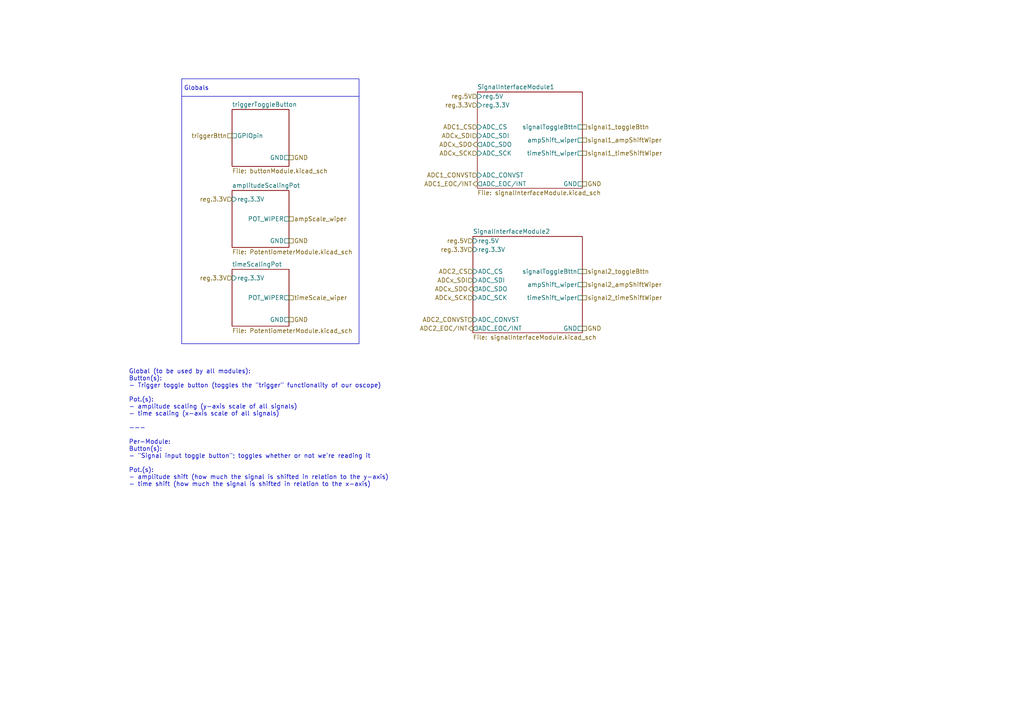
<source format=kicad_sch>
(kicad_sch
	(version 20231120)
	(generator "eeschema")
	(generator_version "8.0")
	(uuid "56fd94dc-b350-4b51-b103-6740721397e1")
	(paper "A4")
	(lib_symbols)
	(polyline
		(pts
			(xy 52.705 27.94) (xy 104.14 27.94)
		)
		(stroke
			(width 0)
			(type default)
		)
		(uuid "775a1bf6-4f82-4788-9095-684bd2406dcc")
	)
	(rectangle
		(start 52.705 22.86)
		(end 104.14 99.695)
		(stroke
			(width 0)
			(type default)
		)
		(fill
			(type none)
		)
		(uuid 39dccf7b-7576-4763-836d-2859f240f475)
	)
	(text "Globals"
		(exclude_from_sim no)
		(at 53.34 25.654 0)
		(effects
			(font
				(size 1.27 1.27)
			)
			(justify left)
		)
		(uuid "0830c8d0-f5a2-4a60-8319-ffa376ab2d62")
	)
	(text "Global (to be used by all modules):\nButton(s):\n- Trigger toggle button (toggles the \"trigger\" functionality of our oscope)\n\nPot.(s):\n- amplitude scaling (y-axis scale of all signals)\n- time scaling (x-axis scale of all signals)\n\n---\n\nPer-Module:\nButton(s):\n- \"Signal input toggle button\"; toggles whether or not we're reading it\n\nPot.(s):\n- amplitude shift (how much the signal is shifted in relation to the y-axis)\n- time shift (how much the signal is shifted in relation to the x-axis)"
		(exclude_from_sim no)
		(at 37.338 124.206 0)
		(effects
			(font
				(size 1.27 1.27)
			)
			(justify left)
		)
		(uuid "59735d25-18c9-4cb3-8eb9-ce4a06ab7fe2")
	)
	(hierarchical_label "GND"
		(shape passive)
		(at 83.82 92.71 0)
		(effects
			(font
				(size 1.27 1.27)
			)
			(justify left)
		)
		(uuid "01817c4c-2ee2-4780-ac2c-3146296ec2ec")
	)
	(hierarchical_label "reg.5V"
		(shape input)
		(at 137.16 69.85 180)
		(effects
			(font
				(size 1.27 1.27)
			)
			(justify right)
		)
		(uuid "0c1f0100-adcb-437c-ac93-14de90dc1e26")
	)
	(hierarchical_label "ADC2_EOC{slash}INT"
		(shape output)
		(at 137.16 95.25 180)
		(effects
			(font
				(size 1.27 1.27)
			)
			(justify right)
		)
		(uuid "11fe4de6-25e8-4034-8579-fde73db5f8c3")
	)
	(hierarchical_label "ADCx_SDI"
		(shape input)
		(at 138.43 39.37 180)
		(effects
			(font
				(size 1.27 1.27)
			)
			(justify right)
		)
		(uuid "1289a47a-1d21-4caa-8b88-efbd4d6d2e09")
	)
	(hierarchical_label "reg.3.3V"
		(shape input)
		(at 67.31 57.785 180)
		(effects
			(font
				(size 1.27 1.27)
			)
			(justify right)
		)
		(uuid "19924b05-f65c-4099-a4b4-8103201b37c2")
	)
	(hierarchical_label "ampScale_wiper"
		(shape passive)
		(at 83.82 63.5 0)
		(effects
			(font
				(size 1.27 1.27)
			)
			(justify left)
		)
		(uuid "1f21d27a-72b9-4cfb-8e8f-db0b382d7273")
	)
	(hierarchical_label "GND"
		(shape passive)
		(at 83.82 45.72 0)
		(effects
			(font
				(size 1.27 1.27)
			)
			(justify left)
		)
		(uuid "3930da5b-75f6-4976-a94a-b2faa270d96c")
	)
	(hierarchical_label "GND"
		(shape passive)
		(at 168.91 53.34 0)
		(effects
			(font
				(size 1.27 1.27)
			)
			(justify left)
		)
		(uuid "496a3a80-2287-480e-8aab-dbcda5e315ed")
	)
	(hierarchical_label "ADC1_EOC{slash}INT"
		(shape output)
		(at 138.43 53.34 180)
		(effects
			(font
				(size 1.27 1.27)
			)
			(justify right)
		)
		(uuid "4ce22b36-40ca-40c2-b56b-464709237582")
	)
	(hierarchical_label "reg.3.3V"
		(shape input)
		(at 137.16 72.39 180)
		(effects
			(font
				(size 1.27 1.27)
			)
			(justify right)
		)
		(uuid "5d04dac5-df6c-440c-a04f-4607698f590b")
	)
	(hierarchical_label "signal1_ampShiftWiper"
		(shape passive)
		(at 168.91 40.64 0)
		(effects
			(font
				(size 1.27 1.27)
			)
			(justify left)
		)
		(uuid "657d25af-06de-474f-9157-cf3f04d3fcf0")
	)
	(hierarchical_label "signal1_timeShiftWiper"
		(shape passive)
		(at 168.91 44.45 0)
		(effects
			(font
				(size 1.27 1.27)
			)
			(justify left)
		)
		(uuid "710750a0-9130-4b99-843b-8532ad879518")
	)
	(hierarchical_label "signal2_ampShiftWiper"
		(shape passive)
		(at 168.91 82.55 0)
		(effects
			(font
				(size 1.27 1.27)
			)
			(justify left)
		)
		(uuid "745136af-8292-4ea2-b5ad-c60a14576650")
	)
	(hierarchical_label "reg.3.3V"
		(shape input)
		(at 67.31 80.645 180)
		(effects
			(font
				(size 1.27 1.27)
			)
			(justify right)
		)
		(uuid "7bff1c0f-d984-458c-9a60-88eb9cf79dc6")
	)
	(hierarchical_label "ADCx_SCK"
		(shape input)
		(at 138.43 44.45 180)
		(effects
			(font
				(size 1.27 1.27)
			)
			(justify right)
		)
		(uuid "822993b6-9213-4aa6-bc10-f8cb9296541c")
	)
	(hierarchical_label "triggerBttn"
		(shape passive)
		(at 67.31 39.37 180)
		(effects
			(font
				(size 1.27 1.27)
			)
			(justify right)
		)
		(uuid "82dbeca8-611e-490f-90b0-5a863d357eae")
	)
	(hierarchical_label "ADCx_SCK"
		(shape input)
		(at 137.16 86.36 180)
		(effects
			(font
				(size 1.27 1.27)
			)
			(justify right)
		)
		(uuid "83aa4829-7e3b-4d6c-8b7b-d48175fc97bb")
	)
	(hierarchical_label "timeScale_wiper"
		(shape passive)
		(at 83.82 86.36 0)
		(effects
			(font
				(size 1.27 1.27)
			)
			(justify left)
		)
		(uuid "8551b485-3e49-4f14-8c9f-86824a63bf14")
	)
	(hierarchical_label "GND"
		(shape passive)
		(at 168.91 95.25 0)
		(effects
			(font
				(size 1.27 1.27)
			)
			(justify left)
		)
		(uuid "8b35498f-7aea-437f-a539-5f0f9adc9b1c")
	)
	(hierarchical_label "GND"
		(shape passive)
		(at 83.82 69.85 0)
		(effects
			(font
				(size 1.27 1.27)
			)
			(justify left)
		)
		(uuid "8e0ea2dc-7b19-49ef-ae94-c2f5bb7b5c94")
	)
	(hierarchical_label "signal1_toggleBttn"
		(shape passive)
		(at 168.91 36.83 0)
		(effects
			(font
				(size 1.27 1.27)
			)
			(justify left)
		)
		(uuid "8f08859b-e461-478a-88be-9ae0d5bff1f6")
	)
	(hierarchical_label "ADC2_CONVST"
		(shape input)
		(at 137.16 92.71 180)
		(effects
			(font
				(size 1.27 1.27)
			)
			(justify right)
		)
		(uuid "96b5a36d-cedd-4e83-aa7b-c008ac63beb7")
	)
	(hierarchical_label "signal2_toggleBttn"
		(shape passive)
		(at 168.91 78.74 0)
		(effects
			(font
				(size 1.27 1.27)
			)
			(justify left)
		)
		(uuid "ad7e2063-6429-4813-a0a5-816c2cc87b19")
	)
	(hierarchical_label "ADCx_SDO"
		(shape output)
		(at 138.43 41.91 180)
		(effects
			(font
				(size 1.27 1.27)
			)
			(justify right)
		)
		(uuid "b8329fb9-c287-4480-87bb-0d6a296abb51")
	)
	(hierarchical_label "ADCx_SDI"
		(shape input)
		(at 137.16 81.28 180)
		(effects
			(font
				(size 1.27 1.27)
			)
			(justify right)
		)
		(uuid "b8474852-48e8-4b42-9fd9-f6527f0d5c9c")
	)
	(hierarchical_label "reg.5V"
		(shape input)
		(at 138.43 27.94 180)
		(effects
			(font
				(size 1.27 1.27)
			)
			(justify right)
		)
		(uuid "b8cba7fa-a78d-42b7-bf53-76e8e8e90215")
	)
	(hierarchical_label "reg.3.3V"
		(shape input)
		(at 138.43 30.48 180)
		(effects
			(font
				(size 1.27 1.27)
			)
			(justify right)
		)
		(uuid "c38e1142-78d6-493f-b30c-5bca36c47b3a")
	)
	(hierarchical_label "ADC1_CS"
		(shape input)
		(at 138.43 36.83 180)
		(effects
			(font
				(size 1.27 1.27)
			)
			(justify right)
		)
		(uuid "c6508077-f419-4d6c-9368-41ba76335bc6")
	)
	(hierarchical_label "ADC2_CS"
		(shape input)
		(at 137.16 78.74 180)
		(effects
			(font
				(size 1.27 1.27)
			)
			(justify right)
		)
		(uuid "d5f2565d-d675-4267-ac99-7aa5b97a3b42")
	)
	(hierarchical_label "signal2_timeShiftWiper"
		(shape passive)
		(at 168.91 86.36 0)
		(effects
			(font
				(size 1.27 1.27)
			)
			(justify left)
		)
		(uuid "df04b1bf-9b84-4ad1-bb72-3d10ae56f62e")
	)
	(hierarchical_label "ADC1_CONVST"
		(shape input)
		(at 138.43 50.8 180)
		(effects
			(font
				(size 1.27 1.27)
			)
			(justify right)
		)
		(uuid "e0c50688-ffa0-49cb-adc3-ab44398224c7")
	)
	(hierarchical_label "ADCx_SDO"
		(shape output)
		(at 137.16 83.82 180)
		(effects
			(font
				(size 1.27 1.27)
			)
			(justify right)
		)
		(uuid "f7b14774-1413-4587-91d9-13d2711fc8bf")
	)
	(sheet
		(at 67.31 78.105)
		(size 16.51 16.51)
		(fields_autoplaced yes)
		(stroke
			(width 0.1524)
			(type solid)
		)
		(fill
			(color 0 0 0 0.0000)
		)
		(uuid "0b10fb84-a9af-450b-b4ba-7677bde7a4aa")
		(property "Sheetname" "timeScalingPot"
			(at 67.31 77.3934 0)
			(effects
				(font
					(size 1.27 1.27)
				)
				(justify left bottom)
			)
		)
		(property "Sheetfile" "PotentiometerModule.kicad_sch"
			(at 67.31 95.1996 0)
			(effects
				(font
					(size 1.27 1.27)
				)
				(justify left top)
			)
		)
		(pin "POT_WIPER" passive
			(at 83.82 86.36 0)
			(effects
				(font
					(size 1.27 1.27)
				)
				(justify right)
			)
			(uuid "2b342d44-0d90-4715-8c2e-1cfeace7453c")
		)
		(pin "GND" passive
			(at 83.82 92.71 0)
			(effects
				(font
					(size 1.27 1.27)
				)
				(justify right)
			)
			(uuid "b6a8dbc5-d50b-481e-b228-c9b72148fcea")
		)
		(pin "reg.3.3V" input
			(at 67.31 80.645 180)
			(effects
				(font
					(size 1.27 1.27)
				)
				(justify left)
			)
			(uuid "9c8a353a-7bcc-4b79-b2db-d16a55c9f032")
		)
		(instances
			(project "jd2oscope"
				(path "/eb18a3da-9fbf-4329-a814-1afab785c817/415ed027-7cd2-4459-ae99-e85a85aec1e2"
					(page "12")
				)
			)
		)
	)
	(sheet
		(at 67.31 55.245)
		(size 16.51 16.51)
		(fields_autoplaced yes)
		(stroke
			(width 0.1524)
			(type solid)
		)
		(fill
			(color 0 0 0 0.0000)
		)
		(uuid "34809825-0d94-4631-a2d1-f31cc7a3b6ba")
		(property "Sheetname" "amplitudeScalingPot"
			(at 67.31 54.5334 0)
			(effects
				(font
					(size 1.27 1.27)
				)
				(justify left bottom)
			)
		)
		(property "Sheetfile" "PotentiometerModule.kicad_sch"
			(at 67.31 72.3396 0)
			(effects
				(font
					(size 1.27 1.27)
				)
				(justify left top)
			)
		)
		(pin "POT_WIPER" passive
			(at 83.82 63.5 0)
			(effects
				(font
					(size 1.27 1.27)
				)
				(justify right)
			)
			(uuid "61b3d4cb-459c-4ed6-a61d-34390496c93a")
		)
		(pin "GND" passive
			(at 83.82 69.85 0)
			(effects
				(font
					(size 1.27 1.27)
				)
				(justify right)
			)
			(uuid "bc7b13a4-a511-4dc6-8d93-b345bee7f41f")
		)
		(pin "reg.3.3V" input
			(at 67.31 57.785 180)
			(effects
				(font
					(size 1.27 1.27)
				)
				(justify left)
			)
			(uuid "fa56b78b-24f8-499e-849b-d9c920a876da")
		)
		(instances
			(project "jd2oscope"
				(path "/eb18a3da-9fbf-4329-a814-1afab785c817/415ed027-7cd2-4459-ae99-e85a85aec1e2"
					(page "10")
				)
			)
		)
	)
	(sheet
		(at 138.43 26.67)
		(size 30.48 27.94)
		(fields_autoplaced yes)
		(stroke
			(width 0.1524)
			(type solid)
		)
		(fill
			(color 0 0 0 0.0000)
		)
		(uuid "4f25ad0e-659b-4d0d-998d-272f66fe29fb")
		(property "Sheetname" "SignalInterfaceModule1"
			(at 138.43 25.9584 0)
			(effects
				(font
					(size 1.27 1.27)
				)
				(justify left bottom)
			)
		)
		(property "Sheetfile" "signalInterfaceModule.kicad_sch"
			(at 138.43 55.1946 0)
			(effects
				(font
					(size 1.27 1.27)
				)
				(justify left top)
			)
		)
		(pin "GND" passive
			(at 168.91 53.34 0)
			(effects
				(font
					(size 1.27 1.27)
				)
				(justify right)
			)
			(uuid "cf6df491-d6e7-4728-8574-29e175a85f09")
		)
		(pin "reg.3.3V" input
			(at 138.43 30.48 180)
			(effects
				(font
					(size 1.27 1.27)
				)
				(justify left)
			)
			(uuid "b92353fe-1635-4648-a97b-9aba235dc333")
		)
		(pin "ADC_SDO" output
			(at 138.43 41.91 180)
			(effects
				(font
					(size 1.27 1.27)
				)
				(justify left)
			)
			(uuid "ea906453-87df-4cdb-85bc-e245e463cc81")
		)
		(pin "ADC_CONVST" input
			(at 138.43 50.8 180)
			(effects
				(font
					(size 1.27 1.27)
				)
				(justify left)
			)
			(uuid "c82df6c1-78f0-4ed3-8a6f-b294a6b3ce2a")
		)
		(pin "ADC_CS" input
			(at 138.43 36.83 180)
			(effects
				(font
					(size 1.27 1.27)
				)
				(justify left)
			)
			(uuid "73b386ce-e6df-4b14-bfa9-29c2e92ba2e0")
		)
		(pin "ADC_SDI" input
			(at 138.43 39.37 180)
			(effects
				(font
					(size 1.27 1.27)
				)
				(justify left)
			)
			(uuid "71f516d6-2e86-4881-b062-c09d202a3e06")
		)
		(pin "ADC_EOC{slash}INT" output
			(at 138.43 53.34 180)
			(effects
				(font
					(size 1.27 1.27)
				)
				(justify left)
			)
			(uuid "4d7e080c-add5-4e61-af0f-7bfc17955f46")
		)
		(pin "ADC_SCK" input
			(at 138.43 44.45 180)
			(effects
				(font
					(size 1.27 1.27)
				)
				(justify left)
			)
			(uuid "15090d4d-459e-4901-b35c-e7f7e3560a87")
		)
		(pin "reg.5V" input
			(at 138.43 27.94 180)
			(effects
				(font
					(size 1.27 1.27)
				)
				(justify left)
			)
			(uuid "72c712c0-ecbe-48b8-a9e4-4d1fbe962da9")
		)
		(pin "timeShift_wiper" passive
			(at 168.91 44.45 0)
			(effects
				(font
					(size 1.27 1.27)
				)
				(justify right)
			)
			(uuid "a1135f61-adc9-45c1-9d84-7af7c396e0c1")
		)
		(pin "ampShift_wiper" passive
			(at 168.91 40.64 0)
			(effects
				(font
					(size 1.27 1.27)
				)
				(justify right)
			)
			(uuid "00916abc-dc15-404a-9db2-f67260bf6cc9")
		)
		(pin "signalToggleBttn" passive
			(at 168.91 36.83 0)
			(effects
				(font
					(size 1.27 1.27)
				)
				(justify right)
			)
			(uuid "a351fc1e-29d9-4d17-b308-21e6d099383a")
		)
		(instances
			(project "jd2oscope"
				(path "/eb18a3da-9fbf-4329-a814-1afab785c817/415ed027-7cd2-4459-ae99-e85a85aec1e2"
					(page "2")
				)
			)
		)
	)
	(sheet
		(at 67.31 31.75)
		(size 16.51 16.51)
		(fields_autoplaced yes)
		(stroke
			(width 0.1524)
			(type solid)
		)
		(fill
			(color 0 0 0 0.0000)
		)
		(uuid "946e3097-58f0-4375-84c2-921a93494f1e")
		(property "Sheetname" "triggerToggleButton"
			(at 67.31 31.0384 0)
			(effects
				(font
					(size 1.27 1.27)
				)
				(justify left bottom)
			)
		)
		(property "Sheetfile" "buttonModule.kicad_sch"
			(at 67.31 48.8446 0)
			(effects
				(font
					(size 1.27 1.27)
				)
				(justify left top)
			)
		)
		(pin "GND" passive
			(at 83.82 45.72 0)
			(effects
				(font
					(size 1.27 1.27)
				)
				(justify right)
			)
			(uuid "2c06403b-3a6b-4266-9c0a-0bddd5ae1732")
		)
		(pin "GPIOpin" passive
			(at 67.31 39.37 180)
			(effects
				(font
					(size 1.27 1.27)
				)
				(justify left)
			)
			(uuid "1388b824-ab1a-41c9-bceb-66566fb23827")
		)
		(instances
			(project "jd2oscope"
				(path "/eb18a3da-9fbf-4329-a814-1afab785c817/415ed027-7cd2-4459-ae99-e85a85aec1e2"
					(page "9")
				)
			)
		)
	)
	(sheet
		(at 137.16 68.58)
		(size 31.75 27.94)
		(fields_autoplaced yes)
		(stroke
			(width 0.1524)
			(type solid)
		)
		(fill
			(color 0 0 0 0.0000)
		)
		(uuid "9cf642e2-7276-4116-93a5-7485645ddebf")
		(property "Sheetname" "SignalInterfaceModule2"
			(at 137.16 67.8684 0)
			(effects
				(font
					(size 1.27 1.27)
				)
				(justify left bottom)
			)
		)
		(property "Sheetfile" "signalInterfaceModule.kicad_sch"
			(at 137.16 97.1046 0)
			(effects
				(font
					(size 1.27 1.27)
				)
				(justify left top)
			)
		)
		(pin "GND" passive
			(at 168.91 95.25 0)
			(effects
				(font
					(size 1.27 1.27)
				)
				(justify right)
			)
			(uuid "857f2e35-b7ed-4bcd-a421-c81ad3fe857a")
		)
		(pin "reg.3.3V" input
			(at 137.16 72.39 180)
			(effects
				(font
					(size 1.27 1.27)
				)
				(justify left)
			)
			(uuid "05888cb9-89a7-45a8-bbca-a2c27eb6a017")
		)
		(pin "ADC_SDO" output
			(at 137.16 83.82 180)
			(effects
				(font
					(size 1.27 1.27)
				)
				(justify left)
			)
			(uuid "316f3430-0c7c-4572-98ce-4e560d5e62ff")
		)
		(pin "ADC_CONVST" input
			(at 137.16 92.71 180)
			(effects
				(font
					(size 1.27 1.27)
				)
				(justify left)
			)
			(uuid "11620c38-742c-43ce-a1c1-02d9e1eaea8c")
		)
		(pin "ADC_CS" input
			(at 137.16 78.74 180)
			(effects
				(font
					(size 1.27 1.27)
				)
				(justify left)
			)
			(uuid "9badd0c4-c851-4cf8-b933-caeed4683f23")
		)
		(pin "ADC_SDI" input
			(at 137.16 81.28 180)
			(effects
				(font
					(size 1.27 1.27)
				)
				(justify left)
			)
			(uuid "99f685f5-12fb-4ecc-b42d-65b87cf0b46f")
		)
		(pin "ADC_EOC{slash}INT" output
			(at 137.16 95.25 180)
			(effects
				(font
					(size 1.27 1.27)
				)
				(justify left)
			)
			(uuid "c49a6a8c-1636-4b33-898a-3691fa7ce06d")
		)
		(pin "ADC_SCK" input
			(at 137.16 86.36 180)
			(effects
				(font
					(size 1.27 1.27)
				)
				(justify left)
			)
			(uuid "36ce06bd-5ce2-4395-9b18-fec12e7fc301")
		)
		(pin "reg.5V" input
			(at 137.16 69.85 180)
			(effects
				(font
					(size 1.27 1.27)
				)
				(justify left)
			)
			(uuid "a97fd3c9-ecb1-439d-8a60-4fbc90eb4e02")
		)
		(pin "timeShift_wiper" passive
			(at 168.91 86.36 0)
			(effects
				(font
					(size 1.27 1.27)
				)
				(justify right)
			)
			(uuid "84cc75b5-e827-455c-99b8-1b2b46578873")
		)
		(pin "ampShift_wiper" passive
			(at 168.91 82.55 0)
			(effects
				(font
					(size 1.27 1.27)
				)
				(justify right)
			)
			(uuid "9e8d6a15-8857-4fca-a11f-1ea3ef875cc5")
		)
		(pin "signalToggleBttn" passive
			(at 168.91 78.74 0)
			(effects
				(font
					(size 1.27 1.27)
				)
				(justify right)
			)
			(uuid "42b81b0d-728c-4ba4-b739-50085cd8e4ed")
		)
		(instances
			(project "jd2oscope"
				(path "/eb18a3da-9fbf-4329-a814-1afab785c817/415ed027-7cd2-4459-ae99-e85a85aec1e2"
					(page "16")
				)
			)
		)
	)
)

</source>
